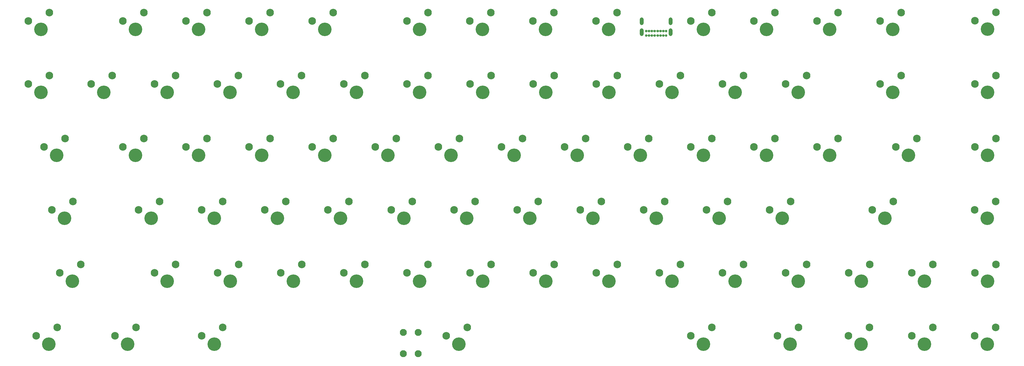
<source format=gts>
G04 #@! TF.GenerationSoftware,KiCad,Pcbnew,(5.1.9)-1*
G04 #@! TF.CreationDate,2022-05-27T18:47:02+02:00*
G04 #@! TF.ProjectId,sofaboard,736f6661-626f-4617-9264-2e6b69636164,rev?*
G04 #@! TF.SameCoordinates,Original*
G04 #@! TF.FileFunction,Soldermask,Top*
G04 #@! TF.FilePolarity,Negative*
%FSLAX46Y46*%
G04 Gerber Fmt 4.6, Leading zero omitted, Abs format (unit mm)*
G04 Created by KiCad (PCBNEW (5.1.9)-1) date 2022-05-27 18:47:02*
%MOMM*%
%LPD*%
G01*
G04 APERTURE LIST*
%ADD10O,1.210000X2.318000*%
%ADD11C,0.752000*%
%ADD12C,2.302000*%
%ADD13C,4.102000*%
%ADD14C,2.102000*%
%ADD15C,0.100000*%
G04 APERTURE END LIST*
D10*
X205620000Y117429000D03*
X196970000Y117429000D03*
X196970000Y114049000D03*
X205620000Y114049000D03*
D11*
X204270000Y114419000D03*
X203420000Y114419000D03*
X202570000Y114419000D03*
X201720000Y114419000D03*
X200870000Y114419000D03*
X200020000Y114419000D03*
X199170000Y114419000D03*
X198320000Y114419000D03*
X198320000Y113069000D03*
X199170000Y113069000D03*
X200020000Y113069000D03*
X200870000Y113069000D03*
X201720000Y113069000D03*
X202570000Y113069000D03*
X203420000Y113069000D03*
X204270000Y113069000D03*
D12*
X27610000Y43840000D03*
X21260000Y41300000D03*
D13*
X25070000Y38760000D03*
D12*
X265720000Y24790000D03*
X259370000Y22250000D03*
D13*
X263180000Y19710000D03*
D12*
X275260000Y120020000D03*
X268910000Y117480000D03*
D13*
X272720000Y114940000D03*
D14*
X129440000Y23270000D03*
X124940000Y23270000D03*
X129440000Y16770000D03*
X124940000Y16770000D03*
D12*
X18090000Y120020000D03*
X11740000Y117480000D03*
D13*
X15550000Y114940000D03*
D12*
X141890000Y81930000D03*
X135540000Y79390000D03*
D13*
X139350000Y76850000D03*
D12*
X246690000Y43810000D03*
X240340000Y41270000D03*
D13*
X244150000Y38730000D03*
D12*
X184780000Y62880000D03*
X178430000Y60340000D03*
D13*
X182240000Y57800000D03*
D12*
X303830000Y43850000D03*
X297480000Y41310000D03*
D13*
X301290000Y38770000D03*
D12*
X284780000Y43830000D03*
X278430000Y41290000D03*
D13*
X282240000Y38750000D03*
D12*
X44280000Y24770000D03*
X37930000Y22230000D03*
D13*
X41740000Y19690000D03*
D12*
X189540000Y43830000D03*
X183190000Y41290000D03*
D13*
X187000000Y38750000D03*
D12*
X237160000Y81940000D03*
X230810000Y79400000D03*
D13*
X234620000Y76860000D03*
D12*
X265740000Y43830000D03*
X259390000Y41290000D03*
D13*
X263200000Y38750000D03*
D12*
X241920000Y62870000D03*
X235570000Y60330000D03*
D13*
X239380000Y57790000D03*
D12*
X75230000Y43820000D03*
X68880000Y41280000D03*
D13*
X72690000Y38740000D03*
D12*
X303820000Y24790000D03*
X297470000Y22250000D03*
D13*
X301280000Y19710000D03*
D12*
X189540000Y100980000D03*
X183190000Y98440000D03*
D13*
X187000000Y95900000D03*
D12*
X132390000Y43830000D03*
X126040000Y41290000D03*
D13*
X129850000Y38750000D03*
D12*
X56200000Y43830000D03*
X49850000Y41290000D03*
D13*
X53660000Y38750000D03*
D12*
X284800000Y24760000D03*
X278450000Y22220000D03*
D13*
X282260000Y19680000D03*
D12*
X113330000Y100990000D03*
X106980000Y98450000D03*
D13*
X110790000Y95910000D03*
D12*
X108580000Y62870000D03*
X102230000Y60330000D03*
D13*
X106040000Y57790000D03*
D12*
X280030000Y81950000D03*
X273680000Y79410000D03*
D13*
X277490000Y76870000D03*
D12*
X103800000Y81930000D03*
X97450000Y79390000D03*
D13*
X101260000Y76850000D03*
D12*
X203840000Y62900000D03*
X197490000Y60360000D03*
D13*
X201300000Y57820000D03*
D12*
X256210000Y81930000D03*
X249860000Y79390000D03*
D13*
X253670000Y76850000D03*
D12*
X65720000Y81940000D03*
X59370000Y79400000D03*
D13*
X63180000Y76860000D03*
D12*
X256190000Y120040000D03*
X249840000Y117500000D03*
D13*
X253650000Y114960000D03*
D12*
X132380000Y100990000D03*
X126030000Y98450000D03*
D13*
X129840000Y95910000D03*
D12*
X303810000Y62860000D03*
X297460000Y60320000D03*
D13*
X301270000Y57780000D03*
D12*
X208580000Y43820000D03*
X202230000Y41280000D03*
D13*
X206040000Y38740000D03*
D12*
X170450000Y120000000D03*
X164100000Y117460000D03*
D13*
X167910000Y114920000D03*
D12*
X20480000Y24780000D03*
X14130000Y22240000D03*
D13*
X17940000Y19700000D03*
D12*
X113350000Y43820000D03*
X107000000Y41280000D03*
D13*
X110810000Y38740000D03*
D12*
X70460000Y24780000D03*
X64110000Y22240000D03*
D13*
X67920000Y19700000D03*
D12*
X75220000Y100970000D03*
X68870000Y98430000D03*
D13*
X72680000Y95890000D03*
D12*
X144300000Y24790000D03*
X137950000Y22250000D03*
D13*
X141760000Y19710000D03*
D12*
X122850000Y81900000D03*
X116500000Y79360000D03*
D13*
X120310000Y76820000D03*
D12*
X146650000Y62900000D03*
X140300000Y60360000D03*
D13*
X144110000Y57820000D03*
D12*
X170500000Y100990000D03*
X164150000Y98450000D03*
D13*
X167960000Y95910000D03*
D12*
X208590000Y100980000D03*
X202240000Y98440000D03*
D13*
X206050000Y95900000D03*
D12*
X237150000Y120040000D03*
X230800000Y117500000D03*
D13*
X234610000Y114960000D03*
D12*
X94280000Y43830000D03*
X87930000Y41290000D03*
D13*
X91740000Y38750000D03*
D12*
X89530000Y62860000D03*
X83180000Y60320000D03*
D13*
X86990000Y57780000D03*
D12*
X18080000Y100990000D03*
X11730000Y98450000D03*
D13*
X15540000Y95910000D03*
D12*
X94270000Y100980000D03*
X87920000Y98440000D03*
D13*
X91730000Y95900000D03*
D12*
X170480000Y43830000D03*
X164130000Y41290000D03*
D13*
X167940000Y38750000D03*
D12*
X84760000Y81910000D03*
X78410000Y79370000D03*
D13*
X82220000Y76830000D03*
D12*
X132390000Y120040000D03*
X126040000Y117500000D03*
D13*
X129850000Y114960000D03*
D12*
X151420000Y120020000D03*
X145070000Y117480000D03*
D13*
X148880000Y114940000D03*
D12*
X272890000Y62860000D03*
X266540000Y60320000D03*
D13*
X270350000Y57780000D03*
D12*
X246680000Y101000000D03*
X240330000Y98460000D03*
D13*
X244140000Y95920000D03*
D12*
X303840000Y120060000D03*
X297490000Y117520000D03*
D13*
X301300000Y114980000D03*
D12*
X222870000Y62860000D03*
X216520000Y60320000D03*
D13*
X220330000Y57780000D03*
D12*
X275260000Y100980000D03*
X268910000Y98440000D03*
D13*
X272720000Y95900000D03*
D12*
X218100000Y120030000D03*
X211750000Y117490000D03*
D13*
X215560000Y114950000D03*
D12*
X151430000Y100980000D03*
X145080000Y98440000D03*
D13*
X148890000Y95900000D03*
D12*
X303830000Y100970000D03*
X297480000Y98430000D03*
D13*
X301290000Y95890000D03*
D12*
X180020000Y81920000D03*
X173670000Y79380000D03*
D13*
X177480000Y76840000D03*
D12*
X25230000Y62890000D03*
X18880000Y60350000D03*
D13*
X22690000Y57810000D03*
D12*
X199050000Y81950000D03*
X192700000Y79410000D03*
D13*
X196510000Y76870000D03*
D12*
X227630000Y100970000D03*
X221280000Y98430000D03*
D13*
X225090000Y95890000D03*
D12*
X218100000Y24790000D03*
X211750000Y22250000D03*
D13*
X215560000Y19710000D03*
D12*
X46660000Y81950000D03*
X40310000Y79410000D03*
D13*
X44120000Y76870000D03*
D12*
X151440000Y43840000D03*
X145090000Y41300000D03*
D13*
X148900000Y38760000D03*
D12*
X189520000Y120000000D03*
X183170000Y117460000D03*
D13*
X186980000Y114920000D03*
D12*
X51430000Y62900000D03*
X45080000Y60360000D03*
D13*
X48890000Y57820000D03*
D12*
X218100000Y81940000D03*
X211750000Y79400000D03*
D13*
X215560000Y76860000D03*
D12*
X46670000Y120020000D03*
X40320000Y117480000D03*
D13*
X44130000Y114940000D03*
D12*
X65700000Y120020000D03*
X59350000Y117480000D03*
D13*
X63160000Y114940000D03*
D12*
X56180000Y100970000D03*
X49830000Y98430000D03*
D13*
X53640000Y95890000D03*
D12*
X303840000Y81920000D03*
X297490000Y79380000D03*
D13*
X301300000Y76840000D03*
D12*
X160960000Y81930000D03*
X154610000Y79390000D03*
D13*
X158420000Y76850000D03*
D12*
X244300000Y24780000D03*
X237950000Y22240000D03*
D13*
X241760000Y19700000D03*
D12*
X84740000Y120030000D03*
X78390000Y117490000D03*
D13*
X82200000Y114950000D03*
D12*
X103800000Y120030000D03*
X97450000Y117490000D03*
D13*
X101260000Y114950000D03*
D12*
X37120000Y100960000D03*
X30770000Y98420000D03*
D13*
X34580000Y95880000D03*
D12*
X22850000Y81930000D03*
X16500000Y79390000D03*
D13*
X20310000Y76850000D03*
D12*
X165720000Y62890000D03*
X159370000Y60350000D03*
D13*
X163180000Y57810000D03*
D12*
X70470000Y62890000D03*
X64120000Y60350000D03*
D13*
X67930000Y57810000D03*
D12*
X127640000Y62880000D03*
X121290000Y60340000D03*
D13*
X125100000Y57800000D03*
D12*
X227640000Y43810000D03*
X221290000Y41270000D03*
D13*
X225100000Y38730000D03*
D15*
G36*
X202046510Y113257449D02*
G01*
X202058034Y113243407D01*
X202076671Y113228112D01*
X202097934Y113216747D01*
X202121009Y113209747D01*
X202145000Y113207384D01*
X202168992Y113209747D01*
X202192066Y113216747D01*
X202213330Y113228112D01*
X202231967Y113243408D01*
X202243490Y113257449D01*
X202245362Y113258153D01*
X202246908Y113256884D01*
X202246699Y113255069D01*
X202240171Y113245298D01*
X202212114Y113177565D01*
X202197811Y113105655D01*
X202197811Y113032345D01*
X202212114Y112960435D01*
X202240171Y112892702D01*
X202246699Y112882931D01*
X202246830Y112880935D01*
X202245167Y112879824D01*
X202243490Y112880551D01*
X202231966Y112894593D01*
X202213329Y112909888D01*
X202192066Y112921253D01*
X202168991Y112928253D01*
X202145000Y112930616D01*
X202121008Y112928253D01*
X202097934Y112921253D01*
X202076670Y112909888D01*
X202058033Y112894592D01*
X202046510Y112880551D01*
X202044638Y112879847D01*
X202043092Y112881116D01*
X202043301Y112882931D01*
X202049829Y112892702D01*
X202077886Y112960435D01*
X202092189Y113032345D01*
X202092189Y113105655D01*
X202077886Y113177565D01*
X202049829Y113245298D01*
X202043301Y113255069D01*
X202043170Y113257065D01*
X202044833Y113258176D01*
X202046510Y113257449D01*
G37*
G36*
X200346510Y113257449D02*
G01*
X200358034Y113243407D01*
X200376671Y113228112D01*
X200397934Y113216747D01*
X200421009Y113209747D01*
X200445000Y113207384D01*
X200468992Y113209747D01*
X200492066Y113216747D01*
X200513330Y113228112D01*
X200531967Y113243408D01*
X200543490Y113257449D01*
X200545362Y113258153D01*
X200546908Y113256884D01*
X200546699Y113255069D01*
X200540171Y113245298D01*
X200512114Y113177565D01*
X200497811Y113105655D01*
X200497811Y113032345D01*
X200512114Y112960435D01*
X200540171Y112892702D01*
X200546699Y112882931D01*
X200546830Y112880935D01*
X200545167Y112879824D01*
X200543490Y112880551D01*
X200531966Y112894593D01*
X200513329Y112909888D01*
X200492066Y112921253D01*
X200468991Y112928253D01*
X200445000Y112930616D01*
X200421008Y112928253D01*
X200397934Y112921253D01*
X200376670Y112909888D01*
X200358033Y112894592D01*
X200346510Y112880551D01*
X200344638Y112879847D01*
X200343092Y112881116D01*
X200343301Y112882931D01*
X200349829Y112892702D01*
X200377886Y112960435D01*
X200392189Y113032345D01*
X200392189Y113105655D01*
X200377886Y113177565D01*
X200349829Y113245298D01*
X200343301Y113255069D01*
X200343170Y113257065D01*
X200344833Y113258176D01*
X200346510Y113257449D01*
G37*
G36*
X203746510Y113257449D02*
G01*
X203758034Y113243407D01*
X203776671Y113228112D01*
X203797934Y113216747D01*
X203821009Y113209747D01*
X203845000Y113207384D01*
X203868992Y113209747D01*
X203892066Y113216747D01*
X203913330Y113228112D01*
X203931967Y113243408D01*
X203943490Y113257449D01*
X203945362Y113258153D01*
X203946908Y113256884D01*
X203946699Y113255069D01*
X203940171Y113245298D01*
X203912114Y113177565D01*
X203897811Y113105655D01*
X203897811Y113032345D01*
X203912114Y112960435D01*
X203940171Y112892702D01*
X203946699Y112882931D01*
X203946830Y112880935D01*
X203945167Y112879824D01*
X203943490Y112880551D01*
X203931966Y112894593D01*
X203913329Y112909888D01*
X203892066Y112921253D01*
X203868991Y112928253D01*
X203845000Y112930616D01*
X203821008Y112928253D01*
X203797934Y112921253D01*
X203776670Y112909888D01*
X203758033Y112894592D01*
X203746510Y112880551D01*
X203744638Y112879847D01*
X203743092Y112881116D01*
X203743301Y112882931D01*
X203749829Y112892702D01*
X203777886Y112960435D01*
X203792189Y113032345D01*
X203792189Y113105655D01*
X203777886Y113177565D01*
X203749829Y113245298D01*
X203743301Y113255069D01*
X203743170Y113257065D01*
X203744833Y113258176D01*
X203746510Y113257449D01*
G37*
G36*
X198646510Y113257449D02*
G01*
X198658034Y113243407D01*
X198676671Y113228112D01*
X198697934Y113216747D01*
X198721009Y113209747D01*
X198745000Y113207384D01*
X198768992Y113209747D01*
X198792066Y113216747D01*
X198813330Y113228112D01*
X198831967Y113243408D01*
X198843490Y113257449D01*
X198845362Y113258153D01*
X198846908Y113256884D01*
X198846699Y113255069D01*
X198840171Y113245298D01*
X198812114Y113177565D01*
X198797811Y113105655D01*
X198797811Y113032345D01*
X198812114Y112960435D01*
X198840171Y112892702D01*
X198846699Y112882931D01*
X198846830Y112880935D01*
X198845167Y112879824D01*
X198843490Y112880551D01*
X198831966Y112894593D01*
X198813329Y112909888D01*
X198792066Y112921253D01*
X198768991Y112928253D01*
X198745000Y112930616D01*
X198721008Y112928253D01*
X198697934Y112921253D01*
X198676670Y112909888D01*
X198658033Y112894592D01*
X198646510Y112880551D01*
X198644638Y112879847D01*
X198643092Y112881116D01*
X198643301Y112882931D01*
X198649829Y112892702D01*
X198677886Y112960435D01*
X198692189Y113032345D01*
X198692189Y113105655D01*
X198677886Y113177565D01*
X198649829Y113245298D01*
X198643301Y113255069D01*
X198643170Y113257065D01*
X198644833Y113258176D01*
X198646510Y113257449D01*
G37*
G36*
X199496510Y113257449D02*
G01*
X199508034Y113243407D01*
X199526671Y113228112D01*
X199547934Y113216747D01*
X199571009Y113209747D01*
X199595000Y113207384D01*
X199618992Y113209747D01*
X199642066Y113216747D01*
X199663330Y113228112D01*
X199681967Y113243408D01*
X199693490Y113257449D01*
X199695362Y113258153D01*
X199696908Y113256884D01*
X199696699Y113255069D01*
X199690171Y113245298D01*
X199662114Y113177565D01*
X199647811Y113105655D01*
X199647811Y113032345D01*
X199662114Y112960435D01*
X199690171Y112892702D01*
X199696699Y112882931D01*
X199696830Y112880935D01*
X199695167Y112879824D01*
X199693490Y112880551D01*
X199681966Y112894593D01*
X199663329Y112909888D01*
X199642066Y112921253D01*
X199618991Y112928253D01*
X199595000Y112930616D01*
X199571008Y112928253D01*
X199547934Y112921253D01*
X199526670Y112909888D01*
X199508033Y112894592D01*
X199496510Y112880551D01*
X199494638Y112879847D01*
X199493092Y112881116D01*
X199493301Y112882931D01*
X199499829Y112892702D01*
X199527886Y112960435D01*
X199542189Y113032345D01*
X199542189Y113105655D01*
X199527886Y113177565D01*
X199499829Y113245298D01*
X199493301Y113255069D01*
X199493170Y113257065D01*
X199494833Y113258176D01*
X199496510Y113257449D01*
G37*
G36*
X202896510Y113257449D02*
G01*
X202908034Y113243407D01*
X202926671Y113228112D01*
X202947934Y113216747D01*
X202971009Y113209747D01*
X202995000Y113207384D01*
X203018992Y113209747D01*
X203042066Y113216747D01*
X203063330Y113228112D01*
X203081967Y113243408D01*
X203093490Y113257449D01*
X203095362Y113258153D01*
X203096908Y113256884D01*
X203096699Y113255069D01*
X203090171Y113245298D01*
X203062114Y113177565D01*
X203047811Y113105655D01*
X203047811Y113032345D01*
X203062114Y112960435D01*
X203090171Y112892702D01*
X203096699Y112882931D01*
X203096830Y112880935D01*
X203095167Y112879824D01*
X203093490Y112880551D01*
X203081966Y112894593D01*
X203063329Y112909888D01*
X203042066Y112921253D01*
X203018991Y112928253D01*
X202995000Y112930616D01*
X202971008Y112928253D01*
X202947934Y112921253D01*
X202926670Y112909888D01*
X202908033Y112894592D01*
X202896510Y112880551D01*
X202894638Y112879847D01*
X202893092Y112881116D01*
X202893301Y112882931D01*
X202899829Y112892702D01*
X202927886Y112960435D01*
X202942189Y113032345D01*
X202942189Y113105655D01*
X202927886Y113177565D01*
X202899829Y113245298D01*
X202893301Y113255069D01*
X202893170Y113257065D01*
X202894833Y113258176D01*
X202896510Y113257449D01*
G37*
G36*
X201196510Y113257449D02*
G01*
X201208034Y113243407D01*
X201226671Y113228112D01*
X201247934Y113216747D01*
X201271009Y113209747D01*
X201295000Y113207384D01*
X201318992Y113209747D01*
X201342066Y113216747D01*
X201363330Y113228112D01*
X201381967Y113243408D01*
X201393490Y113257449D01*
X201395362Y113258153D01*
X201396908Y113256884D01*
X201396699Y113255069D01*
X201390171Y113245298D01*
X201362114Y113177565D01*
X201347811Y113105655D01*
X201347811Y113032345D01*
X201362114Y112960435D01*
X201390171Y112892702D01*
X201396699Y112882931D01*
X201396830Y112880935D01*
X201395167Y112879824D01*
X201393490Y112880551D01*
X201381966Y112894593D01*
X201363329Y112909888D01*
X201342066Y112921253D01*
X201318991Y112928253D01*
X201295000Y112930616D01*
X201271008Y112928253D01*
X201247934Y112921253D01*
X201226670Y112909888D01*
X201208033Y112894592D01*
X201196510Y112880551D01*
X201194638Y112879847D01*
X201193092Y112881116D01*
X201193301Y112882931D01*
X201199829Y112892702D01*
X201227886Y112960435D01*
X201242189Y113032345D01*
X201242189Y113105655D01*
X201227886Y113177565D01*
X201199829Y113245298D01*
X201193301Y113255069D01*
X201193170Y113257065D01*
X201194833Y113258176D01*
X201196510Y113257449D01*
G37*
G36*
X198646510Y114607449D02*
G01*
X198658034Y114593407D01*
X198676671Y114578112D01*
X198697934Y114566747D01*
X198721009Y114559747D01*
X198745000Y114557384D01*
X198768992Y114559747D01*
X198792066Y114566747D01*
X198813330Y114578112D01*
X198831967Y114593408D01*
X198843490Y114607449D01*
X198845362Y114608153D01*
X198846908Y114606884D01*
X198846699Y114605069D01*
X198840171Y114595298D01*
X198812114Y114527565D01*
X198797811Y114455655D01*
X198797811Y114382345D01*
X198812114Y114310435D01*
X198840171Y114242702D01*
X198846699Y114232931D01*
X198846830Y114230935D01*
X198845167Y114229824D01*
X198843490Y114230551D01*
X198831966Y114244593D01*
X198813329Y114259888D01*
X198792066Y114271253D01*
X198768991Y114278253D01*
X198745000Y114280616D01*
X198721008Y114278253D01*
X198697934Y114271253D01*
X198676670Y114259888D01*
X198658033Y114244592D01*
X198646510Y114230551D01*
X198644638Y114229847D01*
X198643092Y114231116D01*
X198643301Y114232931D01*
X198649829Y114242702D01*
X198677886Y114310435D01*
X198692189Y114382345D01*
X198692189Y114455655D01*
X198677886Y114527565D01*
X198649829Y114595298D01*
X198643301Y114605069D01*
X198643170Y114607065D01*
X198644833Y114608176D01*
X198646510Y114607449D01*
G37*
G36*
X201196510Y114607449D02*
G01*
X201208034Y114593407D01*
X201226671Y114578112D01*
X201247934Y114566747D01*
X201271009Y114559747D01*
X201295000Y114557384D01*
X201318992Y114559747D01*
X201342066Y114566747D01*
X201363330Y114578112D01*
X201381967Y114593408D01*
X201393490Y114607449D01*
X201395362Y114608153D01*
X201396908Y114606884D01*
X201396699Y114605069D01*
X201390171Y114595298D01*
X201362114Y114527565D01*
X201347811Y114455655D01*
X201347811Y114382345D01*
X201362114Y114310435D01*
X201390171Y114242702D01*
X201396699Y114232931D01*
X201396830Y114230935D01*
X201395167Y114229824D01*
X201393490Y114230551D01*
X201381966Y114244593D01*
X201363329Y114259888D01*
X201342066Y114271253D01*
X201318991Y114278253D01*
X201295000Y114280616D01*
X201271008Y114278253D01*
X201247934Y114271253D01*
X201226670Y114259888D01*
X201208033Y114244592D01*
X201196510Y114230551D01*
X201194638Y114229847D01*
X201193092Y114231116D01*
X201193301Y114232931D01*
X201199829Y114242702D01*
X201227886Y114310435D01*
X201242189Y114382345D01*
X201242189Y114455655D01*
X201227886Y114527565D01*
X201199829Y114595298D01*
X201193301Y114605069D01*
X201193170Y114607065D01*
X201194833Y114608176D01*
X201196510Y114607449D01*
G37*
G36*
X203746510Y114607449D02*
G01*
X203758034Y114593407D01*
X203776671Y114578112D01*
X203797934Y114566747D01*
X203821009Y114559747D01*
X203845000Y114557384D01*
X203868992Y114559747D01*
X203892066Y114566747D01*
X203913330Y114578112D01*
X203931967Y114593408D01*
X203943490Y114607449D01*
X203945362Y114608153D01*
X203946908Y114606884D01*
X203946699Y114605069D01*
X203940171Y114595298D01*
X203912114Y114527565D01*
X203897811Y114455655D01*
X203897811Y114382345D01*
X203912114Y114310435D01*
X203940171Y114242702D01*
X203946699Y114232931D01*
X203946830Y114230935D01*
X203945167Y114229824D01*
X203943490Y114230551D01*
X203931966Y114244593D01*
X203913329Y114259888D01*
X203892066Y114271253D01*
X203868991Y114278253D01*
X203845000Y114280616D01*
X203821008Y114278253D01*
X203797934Y114271253D01*
X203776670Y114259888D01*
X203758033Y114244592D01*
X203746510Y114230551D01*
X203744638Y114229847D01*
X203743092Y114231116D01*
X203743301Y114232931D01*
X203749829Y114242702D01*
X203777886Y114310435D01*
X203792189Y114382345D01*
X203792189Y114455655D01*
X203777886Y114527565D01*
X203749829Y114595298D01*
X203743301Y114605069D01*
X203743170Y114607065D01*
X203744833Y114608176D01*
X203746510Y114607449D01*
G37*
G36*
X199496510Y114607449D02*
G01*
X199508034Y114593407D01*
X199526671Y114578112D01*
X199547934Y114566747D01*
X199571009Y114559747D01*
X199595000Y114557384D01*
X199618992Y114559747D01*
X199642066Y114566747D01*
X199663330Y114578112D01*
X199681967Y114593408D01*
X199693490Y114607449D01*
X199695362Y114608153D01*
X199696908Y114606884D01*
X199696699Y114605069D01*
X199690171Y114595298D01*
X199662114Y114527565D01*
X199647811Y114455655D01*
X199647811Y114382345D01*
X199662114Y114310435D01*
X199690171Y114242702D01*
X199696699Y114232931D01*
X199696830Y114230935D01*
X199695167Y114229824D01*
X199693490Y114230551D01*
X199681966Y114244593D01*
X199663329Y114259888D01*
X199642066Y114271253D01*
X199618991Y114278253D01*
X199595000Y114280616D01*
X199571008Y114278253D01*
X199547934Y114271253D01*
X199526670Y114259888D01*
X199508033Y114244592D01*
X199496510Y114230551D01*
X199494638Y114229847D01*
X199493092Y114231116D01*
X199493301Y114232931D01*
X199499829Y114242702D01*
X199527886Y114310435D01*
X199542189Y114382345D01*
X199542189Y114455655D01*
X199527886Y114527565D01*
X199499829Y114595298D01*
X199493301Y114605069D01*
X199493170Y114607065D01*
X199494833Y114608176D01*
X199496510Y114607449D01*
G37*
G36*
X200346510Y114607449D02*
G01*
X200358034Y114593407D01*
X200376671Y114578112D01*
X200397934Y114566747D01*
X200421009Y114559747D01*
X200445000Y114557384D01*
X200468992Y114559747D01*
X200492066Y114566747D01*
X200513330Y114578112D01*
X200531967Y114593408D01*
X200543490Y114607449D01*
X200545362Y114608153D01*
X200546908Y114606884D01*
X200546699Y114605069D01*
X200540171Y114595298D01*
X200512114Y114527565D01*
X200497811Y114455655D01*
X200497811Y114382345D01*
X200512114Y114310435D01*
X200540171Y114242702D01*
X200546699Y114232931D01*
X200546830Y114230935D01*
X200545167Y114229824D01*
X200543490Y114230551D01*
X200531966Y114244593D01*
X200513329Y114259888D01*
X200492066Y114271253D01*
X200468991Y114278253D01*
X200445000Y114280616D01*
X200421008Y114278253D01*
X200397934Y114271253D01*
X200376670Y114259888D01*
X200358033Y114244592D01*
X200346510Y114230551D01*
X200344638Y114229847D01*
X200343092Y114231116D01*
X200343301Y114232931D01*
X200349829Y114242702D01*
X200377886Y114310435D01*
X200392189Y114382345D01*
X200392189Y114455655D01*
X200377886Y114527565D01*
X200349829Y114595298D01*
X200343301Y114605069D01*
X200343170Y114607065D01*
X200344833Y114608176D01*
X200346510Y114607449D01*
G37*
G36*
X202046510Y114607449D02*
G01*
X202058034Y114593407D01*
X202076671Y114578112D01*
X202097934Y114566747D01*
X202121009Y114559747D01*
X202145000Y114557384D01*
X202168992Y114559747D01*
X202192066Y114566747D01*
X202213330Y114578112D01*
X202231967Y114593408D01*
X202243490Y114607449D01*
X202245362Y114608153D01*
X202246908Y114606884D01*
X202246699Y114605069D01*
X202240171Y114595298D01*
X202212114Y114527565D01*
X202197811Y114455655D01*
X202197811Y114382345D01*
X202212114Y114310435D01*
X202240171Y114242702D01*
X202246699Y114232931D01*
X202246830Y114230935D01*
X202245167Y114229824D01*
X202243490Y114230551D01*
X202231966Y114244593D01*
X202213329Y114259888D01*
X202192066Y114271253D01*
X202168991Y114278253D01*
X202145000Y114280616D01*
X202121008Y114278253D01*
X202097934Y114271253D01*
X202076670Y114259888D01*
X202058033Y114244592D01*
X202046510Y114230551D01*
X202044638Y114229847D01*
X202043092Y114231116D01*
X202043301Y114232931D01*
X202049829Y114242702D01*
X202077886Y114310435D01*
X202092189Y114382345D01*
X202092189Y114455655D01*
X202077886Y114527565D01*
X202049829Y114595298D01*
X202043301Y114605069D01*
X202043170Y114607065D01*
X202044833Y114608176D01*
X202046510Y114607449D01*
G37*
G36*
X202896510Y114607449D02*
G01*
X202908034Y114593407D01*
X202926671Y114578112D01*
X202947934Y114566747D01*
X202971009Y114559747D01*
X202995000Y114557384D01*
X203018992Y114559747D01*
X203042066Y114566747D01*
X203063330Y114578112D01*
X203081967Y114593408D01*
X203093490Y114607449D01*
X203095362Y114608153D01*
X203096908Y114606884D01*
X203096699Y114605069D01*
X203090171Y114595298D01*
X203062114Y114527565D01*
X203047811Y114455655D01*
X203047811Y114382345D01*
X203062114Y114310435D01*
X203090171Y114242702D01*
X203096699Y114232931D01*
X203096830Y114230935D01*
X203095167Y114229824D01*
X203093490Y114230551D01*
X203081966Y114244593D01*
X203063329Y114259888D01*
X203042066Y114271253D01*
X203018991Y114278253D01*
X202995000Y114280616D01*
X202971008Y114278253D01*
X202947934Y114271253D01*
X202926670Y114259888D01*
X202908033Y114244592D01*
X202896510Y114230551D01*
X202894638Y114229847D01*
X202893092Y114231116D01*
X202893301Y114232931D01*
X202899829Y114242702D01*
X202927886Y114310435D01*
X202942189Y114382345D01*
X202942189Y114455655D01*
X202927886Y114527565D01*
X202899829Y114595298D01*
X202893301Y114605069D01*
X202893170Y114607065D01*
X202894833Y114608176D01*
X202896510Y114607449D01*
G37*
M02*

</source>
